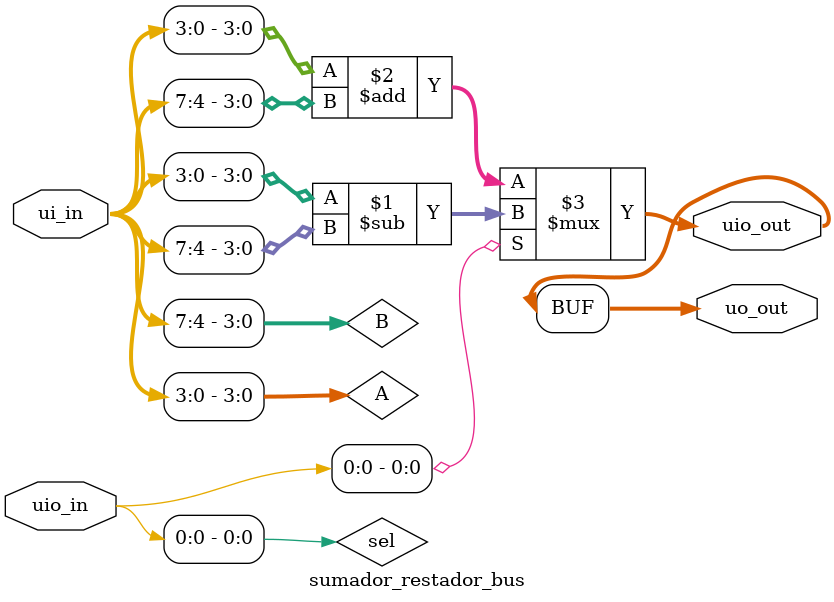
<source format=v>
/*
 * Copyright (c) 2024 Your Name
 * SPDX-License-Identifier: Apache-2.0
 */

`default_nettype none

module sumador_restador_bus (
    input wire [7:0] ui_in,   // Bus de entrada (8 bits)
    input wire [7:0] uio_in,  // Pines reconfigurables como entrada
    output wire [7:0] uo_out, // Bus de salida (8 bits)
    output wire [7:0] uio_out // Pines reconfigurables como salida
);

wire [3:0] A = ui_in[3:0];   // Operando A (4 bits)
wire [3:0] B = ui_in[7:4];   // Operando B (4 bits)
wire sel = uio_in[0];        // Selector de operación (suma/resta)

// Operación: Suma si sel=0, Resta si sel=1
assign uo_out = sel ? (A - B) : (A + B);

// Reflejar la salida en los pines configurables
assign uio_out = uo_out;

endmodule


</source>
